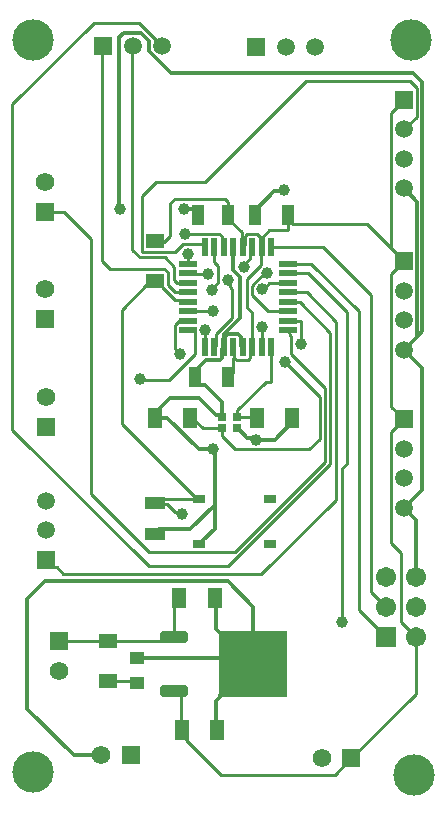
<source format=gtl>
G04*
G04 #@! TF.GenerationSoftware,Altium Limited,Altium Designer,24.1.2 (44)*
G04*
G04 Layer_Physical_Order=1*
G04 Layer_Color=255*
%FSLAX44Y44*%
%MOMM*%
G71*
G04*
G04 #@! TF.SameCoordinates,8B991FCA-0915-420C-AD92-161D74BCA782*
G04*
G04*
G04 #@! TF.FilePolarity,Positive*
G04*
G01*
G75*
%ADD15R,1.5000X1.2500*%
%ADD16R,1.3000X1.1000*%
G04:AMPARAMS|DCode=17|XSize=2.33mm|YSize=0.98mm|CornerRadius=0.245mm|HoleSize=0mm|Usage=FLASHONLY|Rotation=0.000|XOffset=0mm|YOffset=0mm|HoleType=Round|Shape=RoundedRectangle|*
%AMROUNDEDRECTD17*
21,1,2.3300,0.4900,0,0,0.0*
21,1,1.8400,0.9800,0,0,0.0*
1,1,0.4900,0.9200,-0.2450*
1,1,0.4900,-0.9200,-0.2450*
1,1,0.4900,-0.9200,0.2450*
1,1,0.4900,0.9200,0.2450*
%
%ADD17ROUNDEDRECTD17*%
%ADD18R,0.7500X0.6500*%
%ADD19R,1.1500X1.8000*%
%ADD20R,1.7000X1.1000*%
%ADD21R,1.2100X1.8200*%
%ADD22R,1.0000X0.7500*%
%ADD23R,0.6000X1.5000*%
%ADD24R,1.5000X0.6000*%
%ADD25R,1.0200X1.8200*%
%ADD26R,1.1000X1.7000*%
%ADD50C,0.3000*%
%ADD51R,5.8600X5.5700*%
%ADD52C,0.2540*%
%ADD53R,1.5750X1.5750*%
%ADD54C,1.5750*%
%ADD55R,1.5750X1.5750*%
%ADD56C,1.7100*%
%ADD57R,1.7100X1.7100*%
%ADD58R,1.5080X1.5080*%
%ADD59C,1.5080*%
%ADD60C,3.5000*%
%ADD61R,1.5080X1.5080*%
%ADD62C,1.0000*%
D15*
X118110Y269770D02*
D03*
Y304270D02*
D03*
X157480Y608350D02*
D03*
Y642850D02*
D03*
D16*
X142240Y289560D02*
D03*
Y268560D02*
D03*
D17*
X173500Y261680D02*
D03*
Y307280D02*
D03*
D18*
X214480Y493950D02*
D03*
X227480D02*
D03*
Y483950D02*
D03*
X214480D02*
D03*
D19*
X274080Y492760D02*
D03*
X244080D02*
D03*
X157720D02*
D03*
X187720D02*
D03*
X178280Y340360D02*
D03*
X208280D02*
D03*
D20*
X157480Y420670D02*
D03*
Y394670D02*
D03*
D21*
X181080Y228600D02*
D03*
X210080D02*
D03*
D22*
X254790Y386380D02*
D03*
X194790D02*
D03*
X254790Y423880D02*
D03*
X194790D02*
D03*
D23*
X200030Y552540D02*
D03*
X208030D02*
D03*
X216030D02*
D03*
X224030D02*
D03*
X232030D02*
D03*
X240030D02*
D03*
X248030D02*
D03*
X256030D02*
D03*
Y637540D02*
D03*
X248030D02*
D03*
X240030D02*
D03*
X232030D02*
D03*
X224030D02*
D03*
X216030D02*
D03*
X208030D02*
D03*
X200030D02*
D03*
D24*
X270530Y567040D02*
D03*
Y575040D02*
D03*
Y583040D02*
D03*
Y591040D02*
D03*
Y599040D02*
D03*
Y607040D02*
D03*
Y615040D02*
D03*
Y623040D02*
D03*
X185530D02*
D03*
Y615040D02*
D03*
Y607040D02*
D03*
Y599040D02*
D03*
Y591040D02*
D03*
Y583040D02*
D03*
Y575040D02*
D03*
Y567040D02*
D03*
D25*
X191740Y527050D02*
D03*
X219740D02*
D03*
X242540Y664210D02*
D03*
X270540D02*
D03*
D26*
X194010D02*
D03*
X220010D02*
D03*
D50*
X383169Y777836D02*
G03*
X383141Y777865I-2121J-2121D01*
G01*
X237490Y282820D02*
Y286140D01*
X234070Y289560D02*
X237490Y286140D01*
X209550Y314080D02*
X234070Y289560D01*
X241000Y306370D02*
X255270Y292100D01*
X234070Y289560D02*
X238760D01*
X142240D02*
X234070D01*
X238760D02*
X241300Y287020D01*
X49530Y339090D02*
X64770Y354330D01*
X49530Y246380D02*
X88900Y207010D01*
X49530Y246380D02*
Y339090D01*
X88900Y207010D02*
X112160D01*
X64770Y354330D02*
X219710D01*
X194645Y466090D02*
X207010D01*
X167975Y492760D02*
X194645Y466090D01*
X161290Y492760D02*
X167975D01*
X208280Y419100D02*
Y464820D01*
X207010Y466090D02*
X208280Y464820D01*
X191740Y527050D02*
X195340Y530650D01*
Y535700D01*
X201148Y541508D01*
X212493D01*
X228060Y483870D02*
X236119Y475811D01*
X227330Y483870D02*
X228060D01*
X241819Y475811D02*
X243158Y474472D01*
X259042D02*
X273520Y488950D01*
X236119Y475811D02*
X241819D01*
X243158Y474472D02*
X259042D01*
X273520Y488950D02*
X274320D01*
X216030Y552540D02*
Y563892D01*
X157720Y492760D02*
X161290D01*
X200155Y520293D02*
X214480Y505968D01*
X191740Y523893D02*
Y527050D01*
X195340Y520293D02*
X200155D01*
X191740Y523893D02*
X195340Y520293D01*
X182626Y670052D02*
X194010D01*
X161290Y492760D02*
Y500380D01*
X195245Y509270D02*
X197002Y507513D01*
X214480Y493950D02*
Y505968D01*
X214562Y543577D02*
Y551072D01*
X198290Y388630D02*
Y389090D01*
X170180Y509270D02*
X195245D01*
X161480Y398670D02*
X187850D01*
X197002Y507513D02*
X209050Y495465D01*
X187850Y398670D02*
X208280Y419100D01*
X224030Y617966D02*
X229512Y612484D01*
X212493Y541508D02*
X214562Y543577D01*
X157480Y394670D02*
X161480Y398670D01*
X194790Y386380D02*
X196040D01*
X161290Y500380D02*
X170180Y509270D01*
X217498Y554008D02*
Y561503D01*
X219567Y563572D02*
X228493D01*
X212965Y495465D02*
X214480Y493950D01*
X230562Y554008D02*
X232030Y552540D01*
X208280Y399080D02*
Y419100D01*
X214562Y551072D02*
X216030Y552540D01*
X230562Y554008D02*
Y561503D01*
X216030Y552540D02*
X217498Y554008D01*
X197002Y507513D02*
Y507513D01*
X217498Y561503D02*
X219567Y563572D01*
X228493D02*
X230562Y561503D01*
X198290Y389090D02*
X208280Y399080D01*
X216030Y563892D02*
X229512Y577374D01*
Y612484D01*
X209050Y495465D02*
X212965D01*
X196040Y386380D02*
X198290Y388630D01*
X224030Y617966D02*
Y637540D01*
X219710Y354330D02*
X241000Y333040D01*
Y306370D02*
Y333040D01*
X208040Y334010D02*
X209550Y332500D01*
Y314080D02*
Y332500D01*
X127654Y669906D02*
X128270Y669290D01*
X127654Y669906D02*
Y814853D01*
X209550Y233680D02*
Y253430D01*
X212800Y258130D02*
X237490Y282820D01*
X212800Y256680D02*
Y258130D01*
X209550Y253430D02*
X212800Y256680D01*
X242540Y664210D02*
Y668210D01*
Y662178D02*
Y664210D01*
X258791Y684461D02*
X265361D01*
X266700Y685800D01*
X127654Y814853D02*
X131593Y818792D01*
X145967D01*
X152758Y812001D01*
X375913Y784901D02*
X383141Y777865D01*
X170991Y784901D02*
X375913D01*
X152758Y803134D02*
X170991Y784901D01*
X152758Y803134D02*
Y812001D01*
X383169Y777836D02*
X384048Y776957D01*
Y566058D02*
Y776957D01*
X194010Y664210D02*
Y670052D01*
X242540Y668210D02*
X258791Y684461D01*
X368300Y550310D02*
X383944Y534665D01*
Y432134D02*
Y534665D01*
X368300Y416490D02*
X383944Y432134D01*
X379476Y561486D02*
Y675824D01*
X368300Y687000D02*
X379476Y675824D01*
X368300Y416490D02*
X378460Y406330D01*
Y358140D02*
Y406330D01*
X368300Y550310D02*
X379476Y561486D01*
X384048Y566058D01*
D51*
X240600Y284480D02*
D03*
D52*
X198300Y640092D02*
X200030Y638362D01*
X174399Y633298D02*
X181193Y640092D01*
X198300D01*
X200030Y637540D02*
Y638362D01*
X183456Y648394D02*
X212346D01*
X214332Y646408D01*
X140440Y269770D02*
X142240Y267970D01*
X118110Y269770D02*
X140440D01*
X114300Y303530D02*
X128270D01*
X162361D01*
X173500Y307340D02*
X173990D01*
X166171D02*
X173500D01*
Y332330D01*
Y307280D02*
Y307340D01*
Y332330D02*
X179070Y337900D01*
Y339090D01*
X162361Y303530D02*
X166171Y307340D01*
X76200Y303530D02*
X114300D01*
X145535Y525025D02*
X169425D01*
X144780Y525780D02*
X145535Y525025D01*
X169425D02*
X191262Y546862D01*
X256030Y523000D02*
Y552540D01*
X227410Y493950D02*
X227480D01*
X227330Y494030D02*
X227410Y493950D01*
X242889D02*
X244080Y492760D01*
X227480Y493950D02*
X242889D01*
X223570Y530880D02*
Y535908D01*
X219740Y527050D02*
X223570Y530880D01*
X224030Y536368D02*
Y543778D01*
X223570Y535908D02*
X224030Y536368D01*
X209197Y553707D02*
Y563850D01*
X208030Y624496D02*
X211370Y621155D01*
Y607539D02*
Y621155D01*
X221447Y603584D02*
Y608482D01*
X208030Y552540D02*
X209197Y553707D01*
X222971Y577624D02*
Y602060D01*
X209197Y563850D02*
X222971Y577624D01*
X205740Y600710D02*
Y601909D01*
X211370Y607539D01*
X221447Y603584D02*
X222971Y602060D01*
X220020Y609910D02*
X221447Y608482D01*
X183850Y220010D02*
Y233680D01*
X185620Y614950D02*
X202978D01*
X203068Y614860D01*
X185530Y615040D02*
X185620Y614950D01*
X233356Y620706D02*
Y622724D01*
X238332Y627701D01*
X191262Y546862D02*
Y567040D01*
X224790Y543778D02*
Y547370D01*
X226830Y541738D02*
X236398D01*
X238332Y543672D01*
X224790Y543778D02*
X226830Y541738D01*
X238332Y543672D02*
Y548212D01*
X240030Y549910D01*
X248181Y569699D02*
X248332Y569850D01*
X248030Y552540D02*
X248181Y552691D01*
X240030Y552540D02*
Y581699D01*
X235365Y586365D02*
X240030Y581699D01*
X248181Y552691D02*
Y569699D01*
X214480Y477520D02*
X225862Y466138D01*
X288338D01*
X214480Y477520D02*
Y483950D01*
X198533D02*
X214480D01*
X189484Y493000D02*
X198533Y483950D01*
X193040Y423880D02*
Y424380D01*
X176230Y440690D02*
X190560Y426360D01*
X129540Y487380D02*
X176230Y440690D01*
X163830Y423880D02*
Y424180D01*
Y420588D02*
Y423880D01*
X178913Y412907D02*
X180340Y411480D01*
X160990Y424180D02*
X163830D01*
X164710Y419708D02*
X168302D01*
X163830Y420588D02*
X164710Y419708D01*
X175103Y412907D02*
X178913D01*
X168302Y419708D02*
X175103Y412907D01*
X191060Y426360D02*
X193040Y424380D01*
X129540Y487380D02*
Y584200D01*
X190560Y426360D02*
X191060D01*
X163830Y423880D02*
X193040D01*
X157480Y420670D02*
X160990Y424180D01*
X288338Y466138D02*
X297180Y474980D01*
X103886Y428244D02*
Y644144D01*
Y428244D02*
X152908Y379222D01*
X225552D01*
X219964Y367030D02*
X306324Y453390D01*
X310896Y423672D02*
Y574294D01*
X225552Y379222D02*
X301752Y455422D01*
X316230Y320040D02*
Y450244D01*
X287239Y615040D02*
X320040Y582239D01*
Y454054D02*
Y582239D01*
X316230Y450244D02*
X320040Y454054D01*
X247626Y360402D02*
X310896Y423672D01*
X306324Y453390D02*
Y564896D01*
X301752Y455422D02*
Y518473D01*
X297180Y474980D02*
Y510540D01*
X177800Y575040D02*
X185530D01*
X174498Y551688D02*
Y571738D01*
X177800Y575040D01*
X129540Y584200D02*
X151210Y605870D01*
X168402Y605144D02*
X174506Y599040D01*
X159980Y609600D02*
X163710Y605870D01*
X157480Y609600D02*
X159980D01*
X174506Y599040D02*
X185530D01*
X174342Y592738D02*
X183232D01*
X184150Y591820D01*
X168402Y605144D02*
Y615950D01*
X163710Y603370D02*
Y605870D01*
Y603370D02*
X174342Y592738D01*
X153750Y605870D02*
X157480Y609600D01*
X151210Y605870D02*
X153750D01*
X157480Y420670D02*
X160528Y420860D01*
X74450Y366240D02*
X80288Y360402D01*
X247626D01*
X152400Y367030D02*
X219964D01*
X36830Y482600D02*
X152400Y367030D01*
X248030Y637540D02*
Y643890D01*
X247650D02*
Y645090D01*
X244398Y648342D02*
X247650Y645090D01*
X235662Y648342D02*
X244398D01*
X233728Y646408D02*
X235662Y648342D01*
X233728Y639238D02*
Y646408D01*
X232030Y637540D02*
X233728Y639238D01*
X232030Y637540D02*
Y643890D01*
X231140D02*
Y650080D01*
X220010Y661210D02*
Y664210D01*
Y661210D02*
X231140Y650080D01*
X138430Y635076D02*
X144780Y628726D01*
X138430Y635076D02*
Y807720D01*
X200046Y552556D02*
Y566940D01*
X200062Y566955D01*
X200030Y552540D02*
X200046Y552556D01*
X185530Y567040D02*
X191262D01*
X227480Y493950D02*
Y499110D01*
X286150Y599040D02*
X310896Y574294D01*
X280352Y590868D02*
X306324Y564896D01*
X273130Y547095D02*
X301752Y518473D01*
X267970Y539750D02*
X297180Y510540D01*
X270540Y660420D02*
Y664210D01*
X274370Y656590D02*
X337020D01*
X357378Y636232D01*
X270540Y660420D02*
X274370Y656590D01*
X357378Y636232D02*
Y751078D01*
X270540Y651764D02*
Y660420D01*
X36830Y482600D02*
Y758190D01*
X64770Y667150D02*
X80880D01*
X103886Y644144D01*
X36830Y758190D02*
X105854Y827214D01*
X213360Y190500D02*
X309880D01*
X183850Y220010D02*
X213360Y190500D01*
X176080Y261680D02*
X179620Y258140D01*
X173500Y261680D02*
X176080D01*
X179620Y236940D02*
Y258140D01*
Y236940D02*
X182880Y233680D01*
X309880Y190500D02*
X323850Y204470D01*
X324050Y204640D02*
X378460Y259050D01*
Y307340D01*
X72140Y366240D02*
X74450D01*
X66040Y372340D02*
X72140Y366240D01*
X105854Y827214D02*
X144336D01*
X163830Y807720D01*
X113030Y625602D02*
Y807720D01*
Y625602D02*
X119380Y619252D01*
X270702Y590868D02*
X280352D01*
X270530Y599040D02*
X286150D01*
X270530Y591040D02*
X270702Y590868D01*
X270530Y575040D02*
X281432D01*
Y555498D02*
Y575040D01*
X290090Y623040D02*
X330200Y582930D01*
X270530Y623040D02*
X290090D01*
X330200Y330200D02*
Y582930D01*
X299720Y637540D02*
X340534Y596726D01*
X256030Y637540D02*
X299720D01*
X340534Y345266D02*
Y596726D01*
X330200Y330200D02*
X353060Y307340D01*
X340534Y345266D02*
X353060Y332740D01*
X270530Y615040D02*
X287239D01*
X285242Y778002D02*
X373380D01*
X379222Y772160D01*
Y747922D02*
Y772160D01*
X239937Y596819D02*
Y604865D01*
X248810Y601997D02*
X249686D01*
X254739Y607050D01*
X239937Y604865D02*
X250232Y615160D01*
X247891Y622541D02*
Y637401D01*
X250232Y615160D02*
X252250D01*
X235365Y610015D02*
X247891Y622541D01*
X235365Y586365D02*
Y610015D01*
X238332Y627701D02*
Y635842D01*
X254739Y607050D02*
X270520D01*
X270530Y607040D01*
X239937Y596819D02*
X253715Y583040D01*
X238332Y635842D02*
X240030Y637540D01*
X247891Y637401D02*
X248030Y637540D01*
X273130Y547095D02*
Y560985D01*
X185530Y583040D02*
X206900D01*
X207010Y582930D01*
X208030Y624496D02*
Y637540D01*
X185420Y623150D02*
Y631190D01*
Y623150D02*
X185530Y623040D01*
X214332Y639238D02*
Y646408D01*
Y639238D02*
X216030Y637540D01*
X170521Y674392D02*
X174484Y678354D01*
X165354Y641600D02*
X170521Y646767D01*
Y674392D01*
X146678Y633298D02*
Y680720D01*
X158870Y692912D02*
X200152D01*
X146678Y680720D02*
X158870Y692912D01*
X146678Y633298D02*
X174399D01*
X200152Y692912D02*
X285242Y778002D01*
X357378Y751078D02*
X368300Y762000D01*
X365760Y320040D02*
X378460Y307340D01*
X365760Y320040D02*
Y378460D01*
X357378Y386842D02*
X365760Y378460D01*
X357378Y386842D02*
Y480568D01*
X368300Y491490D01*
X253715Y583040D02*
X270530D01*
X119380Y619252D02*
X165100D01*
X168402Y615950D01*
X157480Y641600D02*
X165354D01*
X217296Y678354D02*
X220010Y675640D01*
Y664210D02*
Y675640D01*
X270530Y567040D02*
X273130Y560985D01*
X174498Y551688D02*
X179324Y546862D01*
X368300Y737000D02*
X379222Y747922D01*
X227480Y499110D02*
X251370Y523000D01*
X144780Y628726D02*
X165902D01*
X173990Y620638D01*
Y609600D02*
Y620638D01*
Y609600D02*
X176550Y607040D01*
X185530D01*
X254000Y651764D02*
X270540D01*
X248030Y645160D02*
X254000Y651764D01*
X357378Y502412D02*
X368300Y491490D01*
X357378Y502412D02*
Y614388D01*
X368300Y625310D01*
X251370Y523000D02*
X256030D01*
X174484Y678354D02*
X217296D01*
X357378Y636232D02*
X368300Y625310D01*
D53*
X137160Y207010D02*
D03*
X323850Y204470D02*
D03*
D54*
X112160Y207010D02*
D03*
X76200Y278530D02*
D03*
X64600Y601780D02*
D03*
X298850Y204470D02*
D03*
X64770Y692150D02*
D03*
X65870Y510340D02*
D03*
D55*
X76200Y303530D02*
D03*
X64600Y576780D02*
D03*
X64770Y667150D02*
D03*
X65870Y485340D02*
D03*
D56*
X378460Y358140D02*
D03*
X353060D02*
D03*
X378460Y332740D02*
D03*
X353060D02*
D03*
X378460Y307340D02*
D03*
D57*
X353060D02*
D03*
D58*
X113830Y807720D02*
D03*
X243370Y806450D02*
D03*
D59*
X138830Y807720D02*
D03*
X163830D02*
D03*
X368300Y737000D02*
D03*
Y687000D02*
D03*
Y712000D02*
D03*
X293370Y806450D02*
D03*
X268370D02*
D03*
X368300Y441490D02*
D03*
Y416490D02*
D03*
Y466490D02*
D03*
X65870Y422510D02*
D03*
Y397510D02*
D03*
X368300Y575310D02*
D03*
Y550310D02*
D03*
Y600310D02*
D03*
D60*
X377190Y190500D02*
D03*
X54610Y193040D02*
D03*
X374650Y812800D02*
D03*
X54610D02*
D03*
D61*
X368300Y762000D02*
D03*
Y491490D02*
D03*
X65870Y372510D02*
D03*
X368300Y625310D02*
D03*
D62*
X183456Y648394D02*
D03*
X207010Y466090D02*
D03*
X144780Y525780D02*
D03*
X243158Y474472D02*
D03*
X205740Y600710D02*
D03*
X220020Y609910D02*
D03*
X203068Y614860D02*
D03*
X233356Y620706D02*
D03*
X248332Y569850D02*
D03*
X180340Y411480D02*
D03*
X128270Y669290D02*
D03*
X200062Y566955D02*
D03*
X316230Y320040D02*
D03*
X266700Y685800D02*
D03*
X248810Y601997D02*
D03*
X252250Y615160D02*
D03*
X267970Y539750D02*
D03*
X207010Y582930D02*
D03*
X185420Y631190D02*
D03*
X182626Y670052D02*
D03*
X281432Y555498D02*
D03*
X179324Y546862D02*
D03*
M02*

</source>
